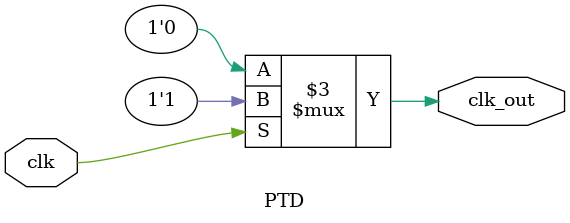
<source format=v>
`timescale 1ns / 1ps

module PTD(
    input clk,
    output reg clk_out
    );
	
		
	 always@(clk)
	 begin
		if(clk)
			clk_out='b1;
		else
			clk_out='b0;
	 end
	 
	 

endmodule

</source>
